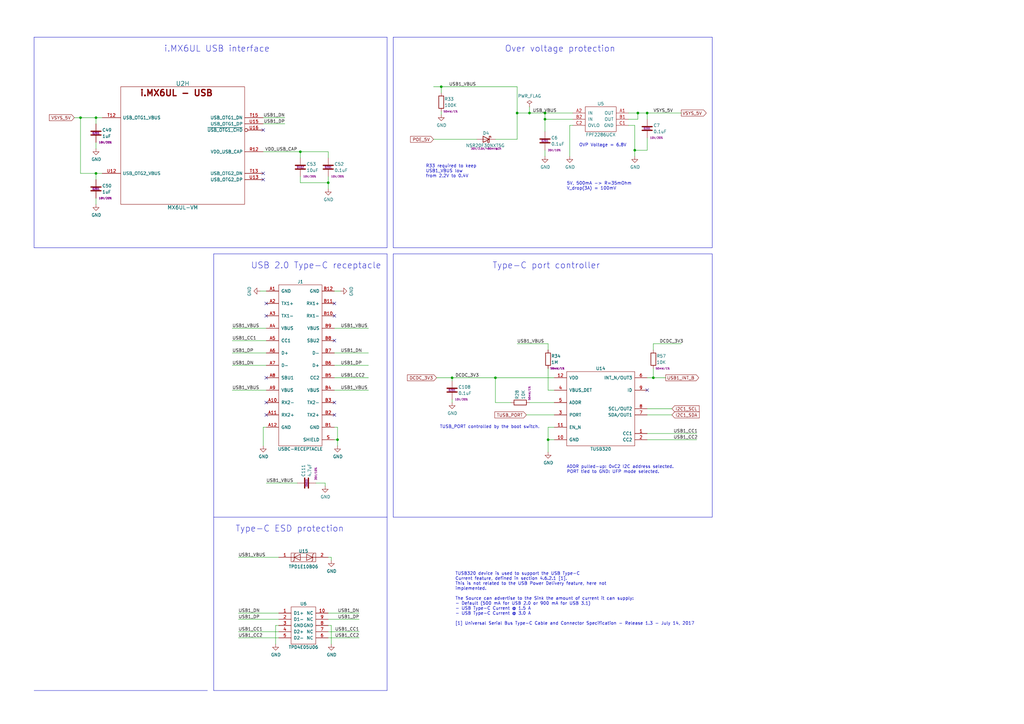
<source format=kicad_sch>
(kicad_sch (version 20230121) (generator eeschema)
  (paper "A3")
  (title_block (title "USB armory Mk II LAN") (date "2023-10-02") (rev "β") (company "WithSecure") (comment 1 "Copyright (c) The USB armory authors") (comment 2 "License: CERN-OHL-S") (comment 3 "https://github.com/usbarmory/usbarmory"))
  (junction (at 267.97 154.94))
  (junction (at 39.37 48.26))
  (junction (at 223.52 46.355))
  (junction (at 180.975 35.56))
  (junction (at 260.35 61.595))
  (junction (at 217.17 46.355))
  (junction (at 39.37 71.12))
  (junction (at 261.62 46.355))
  (junction (at 224.79 180.34))
  (junction (at 134.62 74.93))
  (junction (at 223.52 48.895))
  (junction (at 185.42 154.94))
  (junction (at 138.43 180.34))
  (junction (at 123.19 62.23))
  (junction (at 212.09 46.355))
  (junction (at 265.43 46.355))
  (junction (at 33.02 48.26))
  (junction (at 203.2 154.94))
  (no_connect (at 137.16 170.18))
  (no_connect (at 137.16 124.46))
  (no_connect (at 137.16 165.1))
  (no_connect (at 109.22 165.1))
  (no_connect (at 137.16 129.54))
  (no_connect (at 265.43 160.02))
  (no_connect (at 137.16 139.7))
  (no_connect (at 107.95 71.12))
  (no_connect (at 109.22 124.46))
  (no_connect (at 107.95 53.34))
  (no_connect (at 109.22 154.94))
  (no_connect (at 107.95 73.66))
  (no_connect (at 109.22 170.18))
  (no_connect (at 109.22 129.54))
  (wire (pts (xy 261.62 46.355) (xy 257.81 46.355)))
  (wire (pts (xy 135.89 228.6) (xy 135.89 229.87)))
  (wire (pts (xy 203.2 154.94) (xy 227.33 154.94)))
  (wire (pts (xy 109.22 134.62) (xy 95.25 134.62)))
  (wire (pts (xy 113.03 256.54) (xy 113.03 264.16)))
  (wire (pts (xy 233.68 51.435) (xy 233.68 64.135)))
  (wire (pts (xy 137.16 175.26) (xy 138.43 175.26)))
  (wire (pts (xy 137.16 149.86) (xy 151.13 149.86)))
  (wire (pts (xy 180.975 45.72) (xy 180.975 46.99)))
  (polyline (pts (xy 161.29 212.09) (xy 161.29 104.14)))
  (wire (pts (xy 137.16 160.02) (xy 151.13 160.02)))
  (wire (pts (xy 33.02 71.12) (xy 39.37 71.12)))
  (wire (pts (xy 224.79 140.97) (xy 224.79 143.51)))
  (wire (pts (xy 114.3 256.54) (xy 113.03 256.54)))
  (wire (pts (xy 134.62 228.6) (xy 135.89 228.6)))
  (wire (pts (xy 260.35 51.435) (xy 260.35 61.595)))
  (wire (pts (xy 41.91 48.26) (xy 39.37 48.26)))
  (wire (pts (xy 212.09 35.56) (xy 212.09 46.355)))
  (wire (pts (xy 137.16 154.94) (xy 151.13 154.94)))
  (wire (pts (xy 217.17 46.355) (xy 223.52 46.355)))
  (wire (pts (xy 138.43 180.34) (xy 138.43 182.88)))
  (wire (pts (xy 133.35 198.12) (xy 133.35 199.39)))
  (wire (pts (xy 267.97 140.97) (xy 279.4 140.97)))
  (wire (pts (xy 209.55 165.1) (xy 203.2 165.1)))
  (wire (pts (xy 114.3 259.08) (xy 97.79 259.08)))
  (wire (pts (xy 134.62 74.93) (xy 134.62 77.47)))
  (wire (pts (xy 123.19 64.77) (xy 123.19 62.23)))
  (polyline (pts (xy 87.63 212.09) (xy 158.75 212.09)))
  (wire (pts (xy 185.42 154.94) (xy 179.07 154.94)))
  (polyline (pts (xy 161.29 15.24) (xy 292.1 15.24)))
  (wire (pts (xy 212.09 46.355) (xy 217.17 46.355)))
  (polyline (pts (xy 158.75 283.21) (xy 158.75 104.14)))
  (wire (pts (xy 134.62 72.39) (xy 134.62 74.93)))
  (wire (pts (xy 185.42 154.94) (xy 203.2 154.94)))
  (wire (pts (xy 114.3 228.6) (xy 97.79 228.6)))
  (wire (pts (xy 265.43 167.64) (xy 275.59 167.64)))
  (polyline (pts (xy 292.1 212.09) (xy 292.1 104.14)))
  (wire (pts (xy 212.09 140.97) (xy 224.79 140.97)))
  (wire (pts (xy 114.3 254) (xy 97.79 254)))
  (wire (pts (xy 114.3 261.62) (xy 97.79 261.62)))
  (wire (pts (xy 107.95 175.26) (xy 107.95 182.88)))
  (wire (pts (xy 203.2 165.1) (xy 203.2 154.94)))
  (wire (pts (xy 215.9 170.18) (xy 227.33 170.18)))
  (wire (pts (xy 134.62 256.54) (xy 135.89 256.54)))
  (wire (pts (xy 224.79 151.13) (xy 224.79 160.02)))
  (wire (pts (xy 123.19 62.23) (xy 107.95 62.23)))
  (wire (pts (xy 224.79 180.34) (xy 224.79 185.42)))
  (wire (pts (xy 33.02 48.26) (xy 39.37 48.26)))
  (polyline (pts (xy 13.97 101.6) (xy 158.75 101.6)))
  (wire (pts (xy 107.95 48.26) (xy 116.84 48.26)))
  (wire (pts (xy 223.52 46.355) (xy 234.95 46.355)))
  (wire (pts (xy 265.43 177.8) (xy 285.75 177.8)))
  (wire (pts (xy 177.8 57.15) (xy 195.58 57.15)))
  (polyline (pts (xy 13.97 283.21) (xy 85.09 283.21)))
  (wire (pts (xy 109.22 144.78) (xy 95.25 144.78)))
  (wire (pts (xy 224.79 160.02) (xy 227.33 160.02)))
  (wire (pts (xy 223.52 61.595) (xy 223.52 64.135)))
  (wire (pts (xy 223.52 46.355) (xy 223.52 48.895)))
  (wire (pts (xy 185.42 163.83) (xy 185.42 165.1)))
  (wire (pts (xy 134.62 62.23) (xy 123.19 62.23)))
  (wire (pts (xy 39.37 81.28) (xy 39.37 83.82)))
  (wire (pts (xy 147.32 254) (xy 134.62 254)))
  (wire (pts (xy 223.52 48.895) (xy 234.95 48.895)))
  (wire (pts (xy 134.62 261.62) (xy 147.32 261.62)))
  (polyline (pts (xy 87.63 283.21) (xy 87.63 104.14)))
  (wire (pts (xy 180.975 38.1) (xy 180.975 35.56)))
  (polyline (pts (xy 87.63 104.14) (xy 158.75 104.14)))
  (wire (pts (xy 137.16 134.62) (xy 151.13 134.62)))
  (wire (pts (xy 33.02 48.26) (xy 33.02 71.12)))
  (wire (pts (xy 265.43 56.515) (xy 265.43 61.595)))
  (wire (pts (xy 223.52 48.895) (xy 223.52 53.975)))
  (wire (pts (xy 137.16 119.38) (xy 139.7 119.38)))
  (wire (pts (xy 267.97 143.51) (xy 267.97 140.97)))
  (wire (pts (xy 121.92 198.12) (xy 109.22 198.12)))
  (polyline (pts (xy 161.29 101.6) (xy 292.1 101.6)))
  (wire (pts (xy 234.95 51.435) (xy 233.68 51.435)))
  (wire (pts (xy 39.37 60.96) (xy 39.37 58.42)))
  (wire (pts (xy 265.43 170.18) (xy 275.59 170.18)))
  (wire (pts (xy 109.22 139.7) (xy 95.25 139.7)))
  (wire (pts (xy 106.68 119.38) (xy 109.22 119.38)))
  (wire (pts (xy 134.62 64.77) (xy 134.62 62.23)))
  (wire (pts (xy 265.43 180.34) (xy 285.75 180.34)))
  (wire (pts (xy 134.62 259.08) (xy 147.32 259.08)))
  (polyline (pts (xy 292.1 101.6) (xy 292.1 15.24)))
  (polyline (pts (xy 161.29 104.14) (xy 292.1 104.14)))
  (wire (pts (xy 267.97 154.94) (xy 265.43 154.94)))
  (wire (pts (xy 227.33 175.26) (xy 224.79 175.26)))
  (wire (pts (xy 109.22 160.02) (xy 95.25 160.02)))
  (wire (pts (xy 109.22 149.86) (xy 95.25 149.86)))
  (polyline (pts (xy 161.29 212.09) (xy 292.1 212.09)))
  (wire (pts (xy 177.8 35.56) (xy 180.975 35.56)))
  (wire (pts (xy 261.62 46.355) (xy 261.62 48.895)))
  (wire (pts (xy 147.32 251.46) (xy 134.62 251.46)))
  (wire (pts (xy 267.97 151.13) (xy 267.97 154.94)))
  (wire (pts (xy 265.43 46.355) (xy 279.4 46.355)))
  (wire (pts (xy 129.54 198.12) (xy 133.35 198.12)))
  (wire (pts (xy 265.43 46.355) (xy 261.62 46.355)))
  (wire (pts (xy 265.43 61.595) (xy 260.35 61.595)))
  (wire (pts (xy 267.97 154.94) (xy 273.05 154.94)))
  (wire (pts (xy 123.19 72.39) (xy 123.19 74.93)))
  (wire (pts (xy 261.62 48.895) (xy 257.81 48.895)))
  (polyline (pts (xy 158.75 101.6) (xy 158.75 15.24)))
  (wire (pts (xy 217.17 43.815) (xy 217.17 46.355)))
  (wire (pts (xy 39.37 71.12) (xy 39.37 73.66)))
  (wire (pts (xy 227.33 165.1) (xy 217.17 165.1)))
  (wire (pts (xy 224.79 175.26) (xy 224.79 180.34)))
  (wire (pts (xy 180.975 35.56) (xy 212.09 35.56)))
  (wire (pts (xy 257.81 51.435) (xy 260.35 51.435)))
  (wire (pts (xy 135.89 256.54) (xy 135.89 264.16)))
  (polyline (pts (xy 13.97 15.24) (xy 13.97 101.6)))
  (wire (pts (xy 137.16 180.34) (xy 138.43 180.34)))
  (polyline (pts (xy 158.75 15.24) (xy 13.97 15.24)))
  (wire (pts (xy 212.09 46.355) (xy 212.09 57.15)))
  (wire (pts (xy 107.95 50.8) (xy 116.84 50.8)))
  (wire (pts (xy 137.16 144.78) (xy 151.13 144.78)))
  (wire (pts (xy 203.2 57.15) (xy 212.09 57.15)))
  (wire (pts (xy 109.22 175.26) (xy 107.95 175.26)))
  (wire (pts (xy 138.43 175.26) (xy 138.43 180.34)))
  (wire (pts (xy 185.42 156.21) (xy 185.42 154.94)))
  (wire (pts (xy 123.19 74.93) (xy 134.62 74.93)))
  (wire (pts (xy 227.33 180.34) (xy 224.79 180.34)))
  (wire (pts (xy 265.43 46.355) (xy 265.43 48.895)))
  (wire (pts (xy 114.3 251.46) (xy 97.79 251.46)))
  (wire (pts (xy 41.91 71.12) (xy 39.37 71.12)))
  (polyline (pts (xy 161.29 101.6) (xy 161.29 15.24)))
  (polyline (pts (xy 87.63 283.21) (xy 158.75 283.21)))
  (wire (pts (xy 260.35 61.595) (xy 260.35 64.135)))
  (wire (pts (xy 30.48 48.26) (xy 33.02 48.26)))
  (wire (pts (xy 39.37 48.26) (xy 39.37 50.8)))
  (text "Over voltage protection" (at 207.01 21.59 0) (effects (font (size 2.54 2.54)) (justify left bottom)))
  (text "USB 2.0 Type-C receptacle" (at 102.87 110.49 0) (effects (font (size 2.54 2.54)) (justify left bottom)))
  (text "TUSB_PORT controlled by the boot switch." (at 180.34 175.895 0) (effects (font (size 1.27 1.27)) (justify left bottom)))
  (text "ADDR pulled-up: 0xC2 I2C address selected.\nPORT tied to GND: UFP mode selected." (at 232.41 194.31 0) (effects (font (size 1.27 1.27)) (justify left bottom)))
  (text "5V, 500mA -> R=35mOhm\nV_drop(3A) = 100mV" (at 232.41 78.105 0) (effects (font (size 1.27 1.27)) (justify left bottom)))
  (text "R33 required to keep\nUSB1_VBUS low\nfrom 2.2V to 0.4V" (at 174.625 73.025 0) (effects (font (size 1.27 1.27)) (justify left bottom)))
  (text "Type-C port controller" (at 201.93 110.49 0) (effects (font (size 2.54 2.54)) (justify left bottom)))
  (text "i.MX6UL USB interface" (at 67.31 21.59 0) (effects (font (size 2.54 2.54)) (justify left bottom)))
  (text "OVP Voltage = 6.8V" (at 237.49 60.325 0) (effects (font (size 1.27 1.27)) (justify left bottom)))
  (text "TUSB320 device is used to support the USB Type-C\nCurrent feature, defined in section 4.6.2.1 [1].\nThis is not related to the USB Power Delivery feature, here not\nimplemented.\n\nThe Source can advertise to the Sink the amount of current it can supply:\n- Default (500 mA for USB 2.0 or 900 mA for USB 3.1)\n- USB Type-C Current @ 1.5 A\n- USB Type-C Current @ 3.0 A\n\n[1] Universal Serial Bus Type-C Cable and Connector Specification - Release 1.3 - July 14, 2017" (at 186.69 256.54 0) (effects (font (size 1.27 1.27)) (justify left bottom)))
  (text "Type-C ESD protection" (at 96.52 218.44 0) (effects (font (size 2.54 2.54)) (justify left bottom)))
  (label "USB1_CC2" (at 276.225 180.34 0))
  (label "USB1_DP" (at 147.32 254 180))
  (label "USB1_DN" (at 147.32 251.46 180))
  (label "USB1_DN" (at 95.25 149.86 0))
  (label "USB1_CC1" (at 97.79 259.08 0))
  (label "USB1_DN" (at 116.84 48.26 180))
  (label "USB1_VBUS" (at 109.22 198.12 0))
  (label "USB1_CC2" (at 147.32 261.62 180))
  (label "USB_VBUS" (at 218.44 46.355 0))
  (label "DCDC_3V3" (at 186.69 154.94 0))
  (label "USB1_CC1" (at 95.25 139.7 0))
  (label "USB1_DP" (at 116.84 50.8 180))
  (label "USB1_DN" (at 97.79 251.46 0))
  (label "USB1_VBUS" (at 95.25 160.02 0))
  (label "USB1_VBUS" (at 97.79 228.6 0))
  (label "USB1_VBUS" (at 212.09 140.97 0))
  (label "USB1_CC2" (at 139.7 154.94 0))
  (label "USB1_DP" (at 97.79 254 0))
  (label "USB1_VBUS" (at 184.15 35.56 0))
  (label "USB1_DP" (at 95.25 144.78 0))
  (label "USB1_CC1" (at 276.225 177.8 0))
  (label "USB1_VBUS" (at 139.7 160.02 0))
  (label "VDD_USB_CAP" (at 121.92 62.23 180))
  (label "VSYS_5V" (at 267.97 46.355 0))
  (label "USB1_DN" (at 139.7 144.78 0))
  (label "USB1_VBUS" (at 139.7 134.62 0))
  (label "USB1_DP" (at 139.7 149.86 0))
  (label "USB1_CC2" (at 97.79 261.62 0))
  (label "USB1_VBUS" (at 95.25 134.62 0))
  (label "DCDC_3V3" (at 270.51 140.97 0))
  (label "USB1_CC1" (at 147.32 259.08 180))
  (global_label "USB1_INT_B" (shape output) (at 273.05 154.94 0) (property "Intersheetrefs" "${INTERSHEET_REFS}" (effects hide)))
  (global_label "DCDC_3V3" (shape input) (at 179.07 154.94 180) (property "Intersheetrefs" "${INTERSHEET_REFS}" (effects hide)))
  (global_label "VSYS_5V" (shape output) (at 279.4 46.355 0) (property "Intersheetrefs" "${INTERSHEET_REFS}" (effects hide)))
  (global_label "POE_5V" (shape input) (at 177.8 57.15 180) (property "Intersheetrefs" "${INTERSHEET_REFS}" (effects hide)))
  (global_label "I2C1_SDA" (shape input) (at 275.59 170.18 0) (property "Intersheetrefs" "${INTERSHEET_REFS}" (effects hide)))
  (global_label "VSYS_5V" (shape input) (at 30.48 48.26 180) (property "Intersheetrefs" "${INTERSHEET_REFS}" (effects hide)))
  (global_label "I2C1_SCL" (shape input) (at 275.59 167.64 0) (property "Intersheetrefs" "${INTERSHEET_REFS}" (effects hide)))
  (global_label "TUSB_PORT" (shape input) (at 215.9 170.18 180) (property "Intersheetrefs" "${INTERSHEET_REFS}" (effects hide)))
  (symbol (lib_id "armory-mkII:MX6UL-VM") (at 74.93 35.56 0) (unit 8)
    (property "Reference" "U2" (at 74.93 34.29 0) (effects (font (size 1.778 1.778))))
    (property "Value" "MX6UL-VM" (at 74.93 85.09 0) (effects (font (size 1.524 1.524))))
    (property "Footprint" "armory-kicad:SOT1534-2" (effects hide))
    (property "Datasheet" "https://www.nxp.com/docs/en/data-sheet/IMX6ULLCEC.pdf" (effects hide))
    (property "Mfg PN" "MCIMX6Y2DVM09AB" (effects hide))
    (property "Mfg" "NXP" (effects hide))
    (property "Desc" "SoC" (effects hide))
    (property "Supplier" "Digikey" (effects hide))
    (property "Supplier PN" "568-14995-ND" (effects hide))
  )
  (symbol (lib_id "Power:GND") (at 135.89 264.16 0) (unit 1)
    (property "Reference" "#PWR049" (effects hide))
    (property "Value" "GND" (at 136.017 268.5542 0))
  )
  (symbol (lib_id "Power:GND") (at 107.95 182.88 0) (unit 1)
    (property "Reference" "#PWR040" (effects hide))
    (property "Value" "GND" (at 108.077 187.2742 0))
  )
  (symbol (lib_id "Power:GND") (at 138.43 182.88 0) (unit 1)
    (property "Reference" "#PWR044" (effects hide))
    (property "Value" "GND" (at 138.557 187.2742 0))
  )
  (symbol (lib_id "Power:GND") (at 135.89 229.87 0) (unit 1)
    (property "Reference" "#PWR090" (effects hide))
    (property "Value" "GND" (at 136.017 234.2642 0))
  )
  (symbol (lib_id "armory-mkII:TPD1E10B06") (at 124.46 229.87 0) (mirror x) (unit 1)
    (property "Reference" "U15" (at 124.46 226.06 0))
    (property "Value" "TPD1E10B06" (at 124.46 232.41 0))
    (property "Footprint" "armory-kicad:X1SON-2" (effects hide))
    (property "Datasheet" "http://www.ti.com/lit/ds/sllseb1d/sllseb1d.pdf" (effects hide))
    (property "Mfg" "Texas Instruments" (effects hide))
    (property "Mfg PN" "TPD1E10B06DPYR" (effects hide))
    (property "Desc" "ESD protection" (effects hide))
    (property "Supplier" "Digikey" (effects hide))
    (property "Supplier PN" "296-30406-1-ND" (effects hide))
    (property "Alternative PN" "TPD1E10B06-Q1, TPD1E10B09, TPD1E10B09-Q1" (effects hide))
  )
  (symbol (lib_id "armory-mkII:TPD4E05U06-Q1") (at 124.46 248.92 0) (unit 1)
    (property "Reference" "U6" (at 124.46 247.65 0))
    (property "Value" "TPD4E05U06" (at 124.46 265.43 0))
    (property "Footprint" "armory-kicad:DQA-USON-10" (effects hide))
    (property "Datasheet" "http://www.ti.com/lit/ds/symlink/tpd6e05u06.pdf" (effects hide))
    (property "Mfg" "Texas Instruments" (effects hide))
    (property "Mfg PN" "TPD4E05U06DQAR" (effects hide))
    (property "Desc" "ESD protection" (effects hide))
    (property "Supplier" "Digikey" (effects hide))
    (property "Supplier PN" "296-35765-2-ND" (effects hide))
    (property "Alternative PN" "TPD4E05U06QDQARQ1" (effects hide))
  )
  (symbol (lib_id "Power:PWR_FLAG") (at 217.17 43.815 0) (unit 1)
    (property "Reference" "#FLG0101" (effects hide))
    (property "Value" "PWR_FLAG" (at 217.17 39.3954 0))
  )
  (symbol (lib_id "Device:C") (at 185.42 160.02 0) (unit 1)
    (property "Reference" "C108" (at 187.96 158.75 0) (effects (justify left)))
    (property "Value" "0.1uF" (at 187.96 161.29 0) (effects (justify left)))
    (property "Footprint" "armory-kicad:SM0201" (effects hide))
    (property "Mfg" "Murata Electronics North America" (effects hide))
    (property "Mfg PN" "GRM033R61A104ME15D" (effects hide))
    (property "Desc" "X5R, 20%, 10V" (effects hide))
    (property "Supplier" "Digikey" (effects hide))
    (property "Supplier PN" "490-5405-2-ND" (effects hide))
    (property "FP" "0201" (at 185.42 160.02 0) (effects (font (size 0.762 0.762))))
    (property "Rating" "10V/20%" (at 189.23 163.83 0) (effects (font (size 0.762 0.762))))
  )
  (symbol (lib_id "armory-mkII:FPF2286UCX") (at 246.38 43.815 0) (unit 1)
    (property "Reference" "U5" (at 246.38 42.545 0))
    (property "Value" "FPF2286UCX" (at 246.38 55.245 0))
    (property "Footprint" "armory-kicad:WLCSP-6" (effects hide))
    (property "Datasheet" "https://www.onsemi.com/pub/Collateral/FPF2286UCX-D.PDF" (effects hide))
    (property "Mfg" "ON Semiconductor" (effects hide))
    (property "Mfg PN" "FPF2286UCX" (effects hide))
    (property "Desc" "OVP" (effects hide))
    (property "Supplier" "Digikey" (effects hide))
    (property "Supplier PN" "FPF2286UCXOSCT-ND" (effects hide))
    (property "Alternative PN" "KTS1670EUN-TR, KTS1671EUN-TR" (effects hide))
  )
  (symbol (lib_id "Power:GND") (at 260.35 64.135 0) (unit 1)
    (property "Reference" "#PWR035" (effects hide))
    (property "Value" "GND" (at 260.477 68.5292 0))
  )
  (symbol (lib_id "Device:C") (at 265.43 52.705 0) (unit 1)
    (property "Reference" "C7" (at 267.97 51.435 0) (effects (justify left)))
    (property "Value" "0.1uF" (at 267.97 53.975 0) (effects (justify left)))
    (property "Footprint" "armory-kicad:SM0201" (effects hide))
    (property "Mfg" "Murata Electronics North America" (effects hide))
    (property "Mfg PN" "GRM033R61A104ME15D" (effects hide))
    (property "Desc" "X5R, 20%, 10V" (effects hide))
    (property "Supplier" "Digikey" (effects hide))
    (property "Supplier PN" "490-5405-2-ND" (effects hide))
    (property "FP" "0201" (at 265.43 52.705 0) (effects (font (size 0.762 0.762))))
    (property "Rating" "10V/20%" (at 269.24 56.515 0) (effects (font (size 0.762 0.762))))
  )
  (symbol (lib_id "Power:GND") (at 223.52 64.135 0) (unit 1)
    (property "Reference" "#PWR017" (effects hide))
    (property "Value" "GND" (at 223.647 68.5292 0))
  )
  (symbol (lib_id "Device:C") (at 223.52 57.785 0) (unit 1)
    (property "Reference" "C6" (at 226.06 56.515 0) (effects (justify left)))
    (property "Value" "0.1uF" (at 226.06 59.055 0) (effects (justify left)))
    (property "Footprint" "armory-kicad:SM0201" (effects hide))
    (property "Mfg" "Murata Electronics North America" (effects hide))
    (property "Mfg PN" "GRM033R61A104ME15D" (effects hide))
    (property "Desc" "X5R, 10%, 35V" (effects hide))
    (property "Supplier" "Digikey" (effects hide))
    (property "Supplier PN" "490-10430-2-ND" (effects hide))
    (property "FP" "0201" (at 223.52 57.785 0) (effects (font (size 0.762 0.762))))
    (property "Rating" "35V/10%" (at 227.33 61.595 0) (effects (font (size 0.762 0.762))))
  )
  (symbol (lib_id "Device:D_Schottky") (at 199.39 57.15 0) (mirror y) (unit 1)
    (property "Reference" "D4" (at 200.66 54.61 0) (effects (justify left)))
    (property "Value" "NSR20F30NXT5G" (at 207.01 59.69 0) (effects (justify left)))
    (property "Footprint" "armory-kicad:DSN2" (effects hide))
    (property "Mfg" "ON Semiconductor" (effects hide))
    (property "Mfg PN" "NSR20F30NXT5G" (effects hide))
    (property "Desc" "Schottky, 30V, 2.0A, 480mV@2A" (effects hide))
    (property "Supplier" "Digikey" (effects hide))
    (property "Supplier PN" "NSR20F30NXT5GOSTR-ND" (effects hide))
    (property "Rating" "30V/2.0A/480mV@2A" (at 199.39 60.96 0) (effects (font (size 0.762 0.762))))
  )
  (symbol (lib_id "Device:R") (at 267.97 147.32 0) (unit 1)
    (property "Reference" "R57" (at 269.24 146.05 0) (effects (justify left)))
    (property "Value" "10K" (at 269.24 148.59 0) (effects (justify left)))
    (property "Footprint" "armory-kicad:SM0201" (effects hide))
    (property "Mfg" "Vishay Dale" (effects hide))
    (property "Mfg PN" "CRCW020110K0JNED" (effects hide))
    (property "Desc" "5%, 50mW" (effects hide))
    (property "Supplier" "Digikey" (effects hide))
    (property "Supplier PN" "541-10KAGTR-ND" (effects hide))
    (property "Rating" "50mW/1%" (at 271.78 151.13 0) (effects (font (size 0.762 0.762))))
    (property "FP" "0201" (effects hide))
  )
  (symbol (lib_id "Power:GND") (at 224.79 185.42 0) (unit 1)
    (property "Reference" "#PWR038" (effects hide))
    (property "Value" "GND" (at 224.917 189.8142 0))
  )
  (symbol (lib_id "Power:GND") (at 39.37 60.96 0) (unit 1)
    (property "Reference" "#PWR041" (effects hide))
    (property "Value" "GND" (at 39.497 65.3542 0))
  )
  (symbol (lib_id "Power:GND") (at 39.37 83.82 0) (unit 1)
    (property "Reference" "#PWR042" (effects hide))
    (property "Value" "GND" (at 39.497 88.2142 0))
  )
  (symbol (lib_id "Power:GND") (at 185.42 165.1 0) (unit 1)
    (property "Reference" "#PWR0120" (effects hide))
    (property "Value" "GND" (at 185.547 169.4942 0))
  )
  (symbol (lib_id "Device:C") (at 39.37 54.61 0) (unit 1)
    (property "Reference" "C49" (at 41.91 53.34 0) (effects (justify left)))
    (property "Value" "1uF" (at 41.91 55.88 0) (effects (justify left)))
    (property "Footprint" "armory-kicad:SM0201" (effects hide))
    (property "Mfg" "Murata Electronics North America" (effects hide))
    (property "Mfg PN" "GRM033R61A105ME15D" (effects hide))
    (property "Desc" "X5R, 20%, 10V" (effects hide))
    (property "Supplier" "Digikey" (effects hide))
    (property "Supplier PN" "490-13226-2-ND" (effects hide))
    (property "FP" "0201" (at 39.37 54.61 0) (effects (font (size 0.762 0.762))))
    (property "Rating" "10V/20%" (at 43.18 58.42 0) (effects (font (size 0.762 0.762))))
    (property "Alternative PN" "CL03A105KP3NSNC" (effects hide))
  )
  (symbol (lib_id "Device:C") (at 39.37 77.47 0) (unit 1)
    (property "Reference" "C50" (at 41.91 76.2 0) (effects (justify left)))
    (property "Value" "1uF" (at 41.91 78.74 0) (effects (justify left)))
    (property "Footprint" "armory-kicad:SM0201" (effects hide))
    (property "Mfg" "Murata Electronics North America" (effects hide))
    (property "Mfg PN" "GRM033R61A105ME15D" (effects hide))
    (property "Desc" "X5R, 20%, 10V" (effects hide))
    (property "Supplier" "Digikey" (effects hide))
    (property "Supplier PN" "490-13226-2-ND" (effects hide))
    (property "FP" "0201" (at 39.37 77.47 0) (effects (font (size 0.762 0.762))))
    (property "Rating" "10V/20%" (at 43.18 81.28 0) (effects (font (size 0.762 0.762))))
    (property "Alternative PN" "CL03A105KP3NSNC" (effects hide))
  )
  (symbol (lib_id "Device:C") (at 125.73 198.12 90) (unit 1)
    (property "Reference" "C111" (at 124.46 195.58 0) (effects (justify left)))
    (property "Value" "4.7uF" (at 127 195.58 0) (effects (justify left)))
    (property "Footprint" "armory-kicad:SM0603" (effects hide))
    (property "Mfg" "Murata Electronics North America" (effects hide))
    (property "Mfg PN" "GRM188R6YA475KE15D" (effects hide))
    (property "Desc" "X5R, 10%, 35V" (effects hide))
    (property "Supplier" "Digikey" (effects hide))
    (property "Supplier PN" "490-7205-1-ND" (effects hide))
    (property "FP" "0603" (at 125.73 198.12 0) (effects (font (size 0.762 0.762))))
    (property "Rating" "35V/10%" (at 129.54 194.31 0) (effects (font (size 0.762 0.762))))
  )
  (symbol (lib_id "Device:C") (at 134.62 68.58 0) (unit 1)
    (property "Reference" "C52" (at 137.16 67.31 0) (effects (justify left)))
    (property "Value" "0.1uF" (at 137.16 69.85 0) (effects (justify left)))
    (property "Footprint" "armory-kicad:SM0201" (effects hide))
    (property "Mfg" "Murata Electronics North America" (effects hide))
    (property "Mfg PN" "GRM033R61A104ME15D" (effects hide))
    (property "Desc" "X5R, 20%, 10V" (effects hide))
    (property "Supplier" "Digikey" (effects hide))
    (property "Supplier PN" "490-5405-2-ND" (effects hide))
    (property "FP" "0201" (at 134.62 68.58 0) (effects (font (size 0.762 0.762))))
    (property "Rating" "10V/20%" (at 138.43 72.39 0) (effects (font (size 0.762 0.762))))
  )
  (symbol (lib_id "Device:C") (at 123.19 68.58 0) (unit 1)
    (property "Reference" "C53" (at 125.73 67.31 0) (effects (justify left)))
    (property "Value" "10uF" (at 125.73 69.85 0) (effects (justify left)))
    (property "Footprint" "armory-kicad:SM0402" (effects hide))
    (property "Mfg" "Samsung Electro-Mechanics" (effects hide))
    (property "Mfg PN" "CL05A106MP8NUB8" (effects hide))
    (property "Desc" "X5R, 20%, 10V" (effects hide))
    (property "Supplier" "Digikey" (effects hide))
    (property "Supplier PN" "1276-6830-1-ND" (effects hide))
    (property "FP" "0402" (at 123.19 68.58 0) (effects (font (size 0.762 0.762))))
    (property "Rating" "10V/20%" (at 127 72.39 0) (effects (font (size 0.762 0.762))))
  )
  (symbol (lib_id "Power:GND") (at 134.62 77.47 0) (unit 1)
    (property "Reference" "#PWR0118" (effects hide))
    (property "Value" "GND" (at 134.747 81.8642 0))
  )
  (symbol (lib_id "Power:GND") (at 233.68 64.135 0) (unit 1)
    (property "Reference" "#PWR0125" (effects hide))
    (property "Value" "GND" (at 233.807 68.5292 0))
  )
  (symbol (lib_id "Device:R") (at 180.975 41.91 0) (unit 1)
    (property "Reference" "R33" (at 182.245 40.64 0) (effects (justify left)))
    (property "Value" "100K" (at 182.245 43.18 0) (effects (justify left)))
    (property "Footprint" "armory-kicad:SM0201" (effects hide))
    (property "Mfg" "Vishay Dale" (effects hide))
    (property "Mfg PN" "CRCW0201100KJNED" (effects hide))
    (property "Desc" "5%, 50mW" (effects hide))
    (property "Supplier" "Digikey" (effects hide))
    (property "Supplier PN" "541-100KAGTR-ND" (effects hide))
    (property "Rating" "50mW/1%" (at 184.785 45.72 0) (effects (font (size 0.762 0.762))))
    (property "FP" "0201" (effects hide))
  )
  (symbol (lib_id "armory-mkII:TUSB320") (at 246.38 152.4 0) (unit 1)
    (property "Reference" "U14" (at 246.38 151.13 0))
    (property "Value" "TUSB320" (at 246.38 184.15 0))
    (property "Footprint" "armory-kicad:RWB-QFN-12" (effects hide))
    (property "Mfg" "Texas Instruments" (effects hide))
    (property "Mfg PN" "TUSB320IRWBR" (effects hide))
    (property "Desc" "Type-C port controller" (effects hide))
    (property "Supplier" "Digikey" (effects hide))
    (property "Supplier PN" "296-42175-1-ND" (effects hide))
    (property "Alternative PN" "TUSB320RWBR" (effects hide))
  )
  (symbol (lib_id "Power:GND") (at 180.975 46.99 0) (unit 1)
    (property "Reference" "#PWR01" (effects hide))
    (property "Value" "GND" (at 181.102 51.3842 0))
  )
  (symbol (lib_id "Device:R") (at 224.79 147.32 0) (unit 1)
    (property "Reference" "R34" (at 226.06 146.05 0) (effects (justify left)))
    (property "Value" "1M" (at 226.06 148.59 0) (effects (justify left)))
    (property "Footprint" "armory-kicad:SM0201" (effects hide))
    (property "Mfg" "Vishay Dale" (effects hide))
    (property "Mfg PN" "CRCW02011M00FKED" (effects hide))
    (property "Desc" "1%, 50mW" (effects hide))
    (property "Supplier" "Digikey" (effects hide))
    (property "Supplier PN" "541-1.00MAABTR-ND" (effects hide))
    (property "Rating" "50mW/1%" (at 228.6 151.13 0) (effects (font (size 0.762 0.762))))
    (property "FP" "0201" (effects hide))
  )
  (symbol (lib_id "Device:R") (at 213.36 165.1 90) (unit 1)
    (property "Reference" "R28" (at 212.09 163.83 0) (effects (justify left)))
    (property "Value" "10K" (at 214.63 163.83 0) (effects (justify left)))
    (property "Footprint" "armory-kicad:SM0201" (effects hide))
    (property "Mfg" "Vishay Dale" (effects hide))
    (property "Mfg PN" "CRCW020110K0JNED" (effects hide))
    (property "Desc" "5%, 50mW" (effects hide))
    (property "Supplier" "Digikey" (effects hide))
    (property "Supplier PN" "541-10KAGTR-ND" (effects hide))
    (property "Rating" "50mW/1%" (at 217.17 161.29 0) (effects (font (size 0.762 0.762))))
    (property "FP" "0201" (effects hide))
  )
  (symbol (lib_id "Power:GND") (at 113.03 264.16 0) (unit 1)
    (property "Reference" "#PWR0105" (effects hide))
    (property "Value" "GND" (at 113.157 268.5542 0))
  )
  (symbol (lib_id "Power:GND") (at 106.68 119.38 270) (unit 1)
    (property "Reference" "#PWR0106" (effects hide))
    (property "Value" "GND" (at 102.2858 119.507 0))
  )
  (symbol (lib_id "Power:GND") (at 139.7 119.38 90) (mirror x) (unit 1)
    (property "Reference" "#PWR0107" (effects hide))
    (property "Value" "GND" (at 144.0942 119.507 0))
  )
  (symbol (lib_id "Power:GND") (at 133.35 199.39 0) (unit 1)
    (property "Reference" "#PWR0111" (effects hide))
    (property "Value" "GND" (at 133.477 203.7842 0))
  )
  (symbol (lib_id "armory-mkII:USBC-RECEPTACLE") (at 123.19 116.84 0) (unit 1)
    (property "Reference" "J1" (at 123.19 115.57 0))
    (property "Value" "USBC-RECEPTACLE" (at 123.19 184.15 0))
    (property "Footprint" "armory-kicad:MOLEX_105450-0101" (effects hide))
    (property "Datasheet" "https://www.molex.com/pdm_docs/sd/1054500101_sd.pdf" (effects hide))
    (property "Mfg" "Molex" (effects hide))
    (property "Mfg PN" "105450-0101" (effects hide))
    (property "Desc" "Type-C Receptacle" (effects hide))
    (property "Supplier" "Digikey" (effects hide))
    (property "Supplier PN" "WM12856TR-ND" (effects hide))
  )
)
</source>
